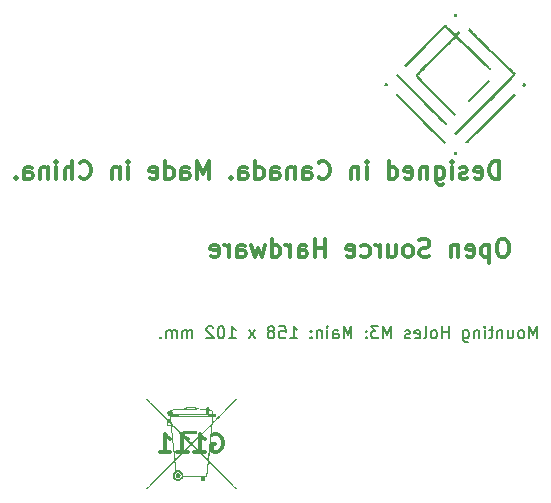
<source format=gbr>
%TF.GenerationSoftware,KiCad,Pcbnew,7.0.9*%
%TF.CreationDate,2024-04-09T00:12:48-04:00*%
%TF.ProjectId,RDL_revE4,52444c5f-7265-4764-9534-2e6b69636164,Rev E4*%
%TF.SameCoordinates,Original*%
%TF.FileFunction,Legend,Bot*%
%TF.FilePolarity,Positive*%
%FSLAX46Y46*%
G04 Gerber Fmt 4.6, Leading zero omitted, Abs format (unit mm)*
G04 Created by KiCad (PCBNEW 7.0.9) date 2024-04-09 00:12:48*
%MOMM*%
%LPD*%
G01*
G04 APERTURE LIST*
%ADD10C,0.300000*%
%ADD11C,0.150000*%
%ADD12C,3.250000*%
%ADD13R,1.500000X1.500000*%
%ADD14C,1.500000*%
%ADD15C,2.300000*%
%ADD16C,3.500000*%
%ADD17R,2.500000X2.500000*%
%ADD18C,2.500000*%
%ADD19R,1.700000X1.700000*%
%ADD20O,1.700000X1.700000*%
%ADD21R,2.600000X2.600000*%
%ADD22C,2.600000*%
G04 APERTURE END LIST*
D10*
X162907713Y-71822328D02*
X162621999Y-71822328D01*
X162621999Y-71822328D02*
X162479142Y-71893757D01*
X162479142Y-71893757D02*
X162336285Y-72036614D01*
X162336285Y-72036614D02*
X162264856Y-72322328D01*
X162264856Y-72322328D02*
X162264856Y-72822328D01*
X162264856Y-72822328D02*
X162336285Y-73108042D01*
X162336285Y-73108042D02*
X162479142Y-73250900D01*
X162479142Y-73250900D02*
X162621999Y-73322328D01*
X162621999Y-73322328D02*
X162907713Y-73322328D01*
X162907713Y-73322328D02*
X163050571Y-73250900D01*
X163050571Y-73250900D02*
X163193428Y-73108042D01*
X163193428Y-73108042D02*
X163264856Y-72822328D01*
X163264856Y-72822328D02*
X163264856Y-72322328D01*
X163264856Y-72322328D02*
X163193428Y-72036614D01*
X163193428Y-72036614D02*
X163050571Y-71893757D01*
X163050571Y-71893757D02*
X162907713Y-71822328D01*
X161621999Y-72322328D02*
X161621999Y-73822328D01*
X161621999Y-72393757D02*
X161479142Y-72322328D01*
X161479142Y-72322328D02*
X161193427Y-72322328D01*
X161193427Y-72322328D02*
X161050570Y-72393757D01*
X161050570Y-72393757D02*
X160979142Y-72465185D01*
X160979142Y-72465185D02*
X160907713Y-72608042D01*
X160907713Y-72608042D02*
X160907713Y-73036614D01*
X160907713Y-73036614D02*
X160979142Y-73179471D01*
X160979142Y-73179471D02*
X161050570Y-73250900D01*
X161050570Y-73250900D02*
X161193427Y-73322328D01*
X161193427Y-73322328D02*
X161479142Y-73322328D01*
X161479142Y-73322328D02*
X161621999Y-73250900D01*
X159693427Y-73250900D02*
X159836284Y-73322328D01*
X159836284Y-73322328D02*
X160121999Y-73322328D01*
X160121999Y-73322328D02*
X160264856Y-73250900D01*
X160264856Y-73250900D02*
X160336284Y-73108042D01*
X160336284Y-73108042D02*
X160336284Y-72536614D01*
X160336284Y-72536614D02*
X160264856Y-72393757D01*
X160264856Y-72393757D02*
X160121999Y-72322328D01*
X160121999Y-72322328D02*
X159836284Y-72322328D01*
X159836284Y-72322328D02*
X159693427Y-72393757D01*
X159693427Y-72393757D02*
X159621999Y-72536614D01*
X159621999Y-72536614D02*
X159621999Y-72679471D01*
X159621999Y-72679471D02*
X160336284Y-72822328D01*
X158979142Y-72322328D02*
X158979142Y-73322328D01*
X158979142Y-72465185D02*
X158907713Y-72393757D01*
X158907713Y-72393757D02*
X158764856Y-72322328D01*
X158764856Y-72322328D02*
X158550570Y-72322328D01*
X158550570Y-72322328D02*
X158407713Y-72393757D01*
X158407713Y-72393757D02*
X158336285Y-72536614D01*
X158336285Y-72536614D02*
X158336285Y-73322328D01*
X156550570Y-73250900D02*
X156336285Y-73322328D01*
X156336285Y-73322328D02*
X155979142Y-73322328D01*
X155979142Y-73322328D02*
X155836285Y-73250900D01*
X155836285Y-73250900D02*
X155764856Y-73179471D01*
X155764856Y-73179471D02*
X155693427Y-73036614D01*
X155693427Y-73036614D02*
X155693427Y-72893757D01*
X155693427Y-72893757D02*
X155764856Y-72750900D01*
X155764856Y-72750900D02*
X155836285Y-72679471D01*
X155836285Y-72679471D02*
X155979142Y-72608042D01*
X155979142Y-72608042D02*
X156264856Y-72536614D01*
X156264856Y-72536614D02*
X156407713Y-72465185D01*
X156407713Y-72465185D02*
X156479142Y-72393757D01*
X156479142Y-72393757D02*
X156550570Y-72250900D01*
X156550570Y-72250900D02*
X156550570Y-72108042D01*
X156550570Y-72108042D02*
X156479142Y-71965185D01*
X156479142Y-71965185D02*
X156407713Y-71893757D01*
X156407713Y-71893757D02*
X156264856Y-71822328D01*
X156264856Y-71822328D02*
X155907713Y-71822328D01*
X155907713Y-71822328D02*
X155693427Y-71893757D01*
X154836285Y-73322328D02*
X154979142Y-73250900D01*
X154979142Y-73250900D02*
X155050571Y-73179471D01*
X155050571Y-73179471D02*
X155121999Y-73036614D01*
X155121999Y-73036614D02*
X155121999Y-72608042D01*
X155121999Y-72608042D02*
X155050571Y-72465185D01*
X155050571Y-72465185D02*
X154979142Y-72393757D01*
X154979142Y-72393757D02*
X154836285Y-72322328D01*
X154836285Y-72322328D02*
X154621999Y-72322328D01*
X154621999Y-72322328D02*
X154479142Y-72393757D01*
X154479142Y-72393757D02*
X154407714Y-72465185D01*
X154407714Y-72465185D02*
X154336285Y-72608042D01*
X154336285Y-72608042D02*
X154336285Y-73036614D01*
X154336285Y-73036614D02*
X154407714Y-73179471D01*
X154407714Y-73179471D02*
X154479142Y-73250900D01*
X154479142Y-73250900D02*
X154621999Y-73322328D01*
X154621999Y-73322328D02*
X154836285Y-73322328D01*
X153050571Y-72322328D02*
X153050571Y-73322328D01*
X153693428Y-72322328D02*
X153693428Y-73108042D01*
X153693428Y-73108042D02*
X153621999Y-73250900D01*
X153621999Y-73250900D02*
X153479142Y-73322328D01*
X153479142Y-73322328D02*
X153264856Y-73322328D01*
X153264856Y-73322328D02*
X153121999Y-73250900D01*
X153121999Y-73250900D02*
X153050571Y-73179471D01*
X152336285Y-73322328D02*
X152336285Y-72322328D01*
X152336285Y-72608042D02*
X152264856Y-72465185D01*
X152264856Y-72465185D02*
X152193428Y-72393757D01*
X152193428Y-72393757D02*
X152050570Y-72322328D01*
X152050570Y-72322328D02*
X151907713Y-72322328D01*
X150764857Y-73250900D02*
X150907714Y-73322328D01*
X150907714Y-73322328D02*
X151193428Y-73322328D01*
X151193428Y-73322328D02*
X151336285Y-73250900D01*
X151336285Y-73250900D02*
X151407714Y-73179471D01*
X151407714Y-73179471D02*
X151479142Y-73036614D01*
X151479142Y-73036614D02*
X151479142Y-72608042D01*
X151479142Y-72608042D02*
X151407714Y-72465185D01*
X151407714Y-72465185D02*
X151336285Y-72393757D01*
X151336285Y-72393757D02*
X151193428Y-72322328D01*
X151193428Y-72322328D02*
X150907714Y-72322328D01*
X150907714Y-72322328D02*
X150764857Y-72393757D01*
X149550571Y-73250900D02*
X149693428Y-73322328D01*
X149693428Y-73322328D02*
X149979143Y-73322328D01*
X149979143Y-73322328D02*
X150122000Y-73250900D01*
X150122000Y-73250900D02*
X150193428Y-73108042D01*
X150193428Y-73108042D02*
X150193428Y-72536614D01*
X150193428Y-72536614D02*
X150122000Y-72393757D01*
X150122000Y-72393757D02*
X149979143Y-72322328D01*
X149979143Y-72322328D02*
X149693428Y-72322328D01*
X149693428Y-72322328D02*
X149550571Y-72393757D01*
X149550571Y-72393757D02*
X149479143Y-72536614D01*
X149479143Y-72536614D02*
X149479143Y-72679471D01*
X149479143Y-72679471D02*
X150193428Y-72822328D01*
X147693429Y-73322328D02*
X147693429Y-71822328D01*
X147693429Y-72536614D02*
X146836286Y-72536614D01*
X146836286Y-73322328D02*
X146836286Y-71822328D01*
X145479143Y-73322328D02*
X145479143Y-72536614D01*
X145479143Y-72536614D02*
X145550571Y-72393757D01*
X145550571Y-72393757D02*
X145693428Y-72322328D01*
X145693428Y-72322328D02*
X145979143Y-72322328D01*
X145979143Y-72322328D02*
X146122000Y-72393757D01*
X145479143Y-73250900D02*
X145622000Y-73322328D01*
X145622000Y-73322328D02*
X145979143Y-73322328D01*
X145979143Y-73322328D02*
X146122000Y-73250900D01*
X146122000Y-73250900D02*
X146193428Y-73108042D01*
X146193428Y-73108042D02*
X146193428Y-72965185D01*
X146193428Y-72965185D02*
X146122000Y-72822328D01*
X146122000Y-72822328D02*
X145979143Y-72750900D01*
X145979143Y-72750900D02*
X145622000Y-72750900D01*
X145622000Y-72750900D02*
X145479143Y-72679471D01*
X144764857Y-73322328D02*
X144764857Y-72322328D01*
X144764857Y-72608042D02*
X144693428Y-72465185D01*
X144693428Y-72465185D02*
X144622000Y-72393757D01*
X144622000Y-72393757D02*
X144479142Y-72322328D01*
X144479142Y-72322328D02*
X144336285Y-72322328D01*
X143193429Y-73322328D02*
X143193429Y-71822328D01*
X143193429Y-73250900D02*
X143336286Y-73322328D01*
X143336286Y-73322328D02*
X143622000Y-73322328D01*
X143622000Y-73322328D02*
X143764857Y-73250900D01*
X143764857Y-73250900D02*
X143836286Y-73179471D01*
X143836286Y-73179471D02*
X143907714Y-73036614D01*
X143907714Y-73036614D02*
X143907714Y-72608042D01*
X143907714Y-72608042D02*
X143836286Y-72465185D01*
X143836286Y-72465185D02*
X143764857Y-72393757D01*
X143764857Y-72393757D02*
X143622000Y-72322328D01*
X143622000Y-72322328D02*
X143336286Y-72322328D01*
X143336286Y-72322328D02*
X143193429Y-72393757D01*
X142622000Y-72322328D02*
X142336286Y-73322328D01*
X142336286Y-73322328D02*
X142050571Y-72608042D01*
X142050571Y-72608042D02*
X141764857Y-73322328D01*
X141764857Y-73322328D02*
X141479143Y-72322328D01*
X140264857Y-73322328D02*
X140264857Y-72536614D01*
X140264857Y-72536614D02*
X140336285Y-72393757D01*
X140336285Y-72393757D02*
X140479142Y-72322328D01*
X140479142Y-72322328D02*
X140764857Y-72322328D01*
X140764857Y-72322328D02*
X140907714Y-72393757D01*
X140264857Y-73250900D02*
X140407714Y-73322328D01*
X140407714Y-73322328D02*
X140764857Y-73322328D01*
X140764857Y-73322328D02*
X140907714Y-73250900D01*
X140907714Y-73250900D02*
X140979142Y-73108042D01*
X140979142Y-73108042D02*
X140979142Y-72965185D01*
X140979142Y-72965185D02*
X140907714Y-72822328D01*
X140907714Y-72822328D02*
X140764857Y-72750900D01*
X140764857Y-72750900D02*
X140407714Y-72750900D01*
X140407714Y-72750900D02*
X140264857Y-72679471D01*
X139550571Y-73322328D02*
X139550571Y-72322328D01*
X139550571Y-72608042D02*
X139479142Y-72465185D01*
X139479142Y-72465185D02*
X139407714Y-72393757D01*
X139407714Y-72393757D02*
X139264856Y-72322328D01*
X139264856Y-72322328D02*
X139121999Y-72322328D01*
X138050571Y-73250900D02*
X138193428Y-73322328D01*
X138193428Y-73322328D02*
X138479143Y-73322328D01*
X138479143Y-73322328D02*
X138622000Y-73250900D01*
X138622000Y-73250900D02*
X138693428Y-73108042D01*
X138693428Y-73108042D02*
X138693428Y-72536614D01*
X138693428Y-72536614D02*
X138622000Y-72393757D01*
X138622000Y-72393757D02*
X138479143Y-72322328D01*
X138479143Y-72322328D02*
X138193428Y-72322328D01*
X138193428Y-72322328D02*
X138050571Y-72393757D01*
X138050571Y-72393757D02*
X137979143Y-72536614D01*
X137979143Y-72536614D02*
X137979143Y-72679471D01*
X137979143Y-72679471D02*
X138693428Y-72822328D01*
D11*
X165661523Y-80210819D02*
X165661523Y-79210819D01*
X165661523Y-79210819D02*
X165328190Y-79925104D01*
X165328190Y-79925104D02*
X164994857Y-79210819D01*
X164994857Y-79210819D02*
X164994857Y-80210819D01*
X164375809Y-80210819D02*
X164471047Y-80163200D01*
X164471047Y-80163200D02*
X164518666Y-80115580D01*
X164518666Y-80115580D02*
X164566285Y-80020342D01*
X164566285Y-80020342D02*
X164566285Y-79734628D01*
X164566285Y-79734628D02*
X164518666Y-79639390D01*
X164518666Y-79639390D02*
X164471047Y-79591771D01*
X164471047Y-79591771D02*
X164375809Y-79544152D01*
X164375809Y-79544152D02*
X164232952Y-79544152D01*
X164232952Y-79544152D02*
X164137714Y-79591771D01*
X164137714Y-79591771D02*
X164090095Y-79639390D01*
X164090095Y-79639390D02*
X164042476Y-79734628D01*
X164042476Y-79734628D02*
X164042476Y-80020342D01*
X164042476Y-80020342D02*
X164090095Y-80115580D01*
X164090095Y-80115580D02*
X164137714Y-80163200D01*
X164137714Y-80163200D02*
X164232952Y-80210819D01*
X164232952Y-80210819D02*
X164375809Y-80210819D01*
X163185333Y-79544152D02*
X163185333Y-80210819D01*
X163613904Y-79544152D02*
X163613904Y-80067961D01*
X163613904Y-80067961D02*
X163566285Y-80163200D01*
X163566285Y-80163200D02*
X163471047Y-80210819D01*
X163471047Y-80210819D02*
X163328190Y-80210819D01*
X163328190Y-80210819D02*
X163232952Y-80163200D01*
X163232952Y-80163200D02*
X163185333Y-80115580D01*
X162709142Y-79544152D02*
X162709142Y-80210819D01*
X162709142Y-79639390D02*
X162661523Y-79591771D01*
X162661523Y-79591771D02*
X162566285Y-79544152D01*
X162566285Y-79544152D02*
X162423428Y-79544152D01*
X162423428Y-79544152D02*
X162328190Y-79591771D01*
X162328190Y-79591771D02*
X162280571Y-79687009D01*
X162280571Y-79687009D02*
X162280571Y-80210819D01*
X161947237Y-79544152D02*
X161566285Y-79544152D01*
X161804380Y-79210819D02*
X161804380Y-80067961D01*
X161804380Y-80067961D02*
X161756761Y-80163200D01*
X161756761Y-80163200D02*
X161661523Y-80210819D01*
X161661523Y-80210819D02*
X161566285Y-80210819D01*
X161232951Y-80210819D02*
X161232951Y-79544152D01*
X161232951Y-79210819D02*
X161280570Y-79258438D01*
X161280570Y-79258438D02*
X161232951Y-79306057D01*
X161232951Y-79306057D02*
X161185332Y-79258438D01*
X161185332Y-79258438D02*
X161232951Y-79210819D01*
X161232951Y-79210819D02*
X161232951Y-79306057D01*
X160756761Y-79544152D02*
X160756761Y-80210819D01*
X160756761Y-79639390D02*
X160709142Y-79591771D01*
X160709142Y-79591771D02*
X160613904Y-79544152D01*
X160613904Y-79544152D02*
X160471047Y-79544152D01*
X160471047Y-79544152D02*
X160375809Y-79591771D01*
X160375809Y-79591771D02*
X160328190Y-79687009D01*
X160328190Y-79687009D02*
X160328190Y-80210819D01*
X159423428Y-79544152D02*
X159423428Y-80353676D01*
X159423428Y-80353676D02*
X159471047Y-80448914D01*
X159471047Y-80448914D02*
X159518666Y-80496533D01*
X159518666Y-80496533D02*
X159613904Y-80544152D01*
X159613904Y-80544152D02*
X159756761Y-80544152D01*
X159756761Y-80544152D02*
X159851999Y-80496533D01*
X159423428Y-80163200D02*
X159518666Y-80210819D01*
X159518666Y-80210819D02*
X159709142Y-80210819D01*
X159709142Y-80210819D02*
X159804380Y-80163200D01*
X159804380Y-80163200D02*
X159851999Y-80115580D01*
X159851999Y-80115580D02*
X159899618Y-80020342D01*
X159899618Y-80020342D02*
X159899618Y-79734628D01*
X159899618Y-79734628D02*
X159851999Y-79639390D01*
X159851999Y-79639390D02*
X159804380Y-79591771D01*
X159804380Y-79591771D02*
X159709142Y-79544152D01*
X159709142Y-79544152D02*
X159518666Y-79544152D01*
X159518666Y-79544152D02*
X159423428Y-79591771D01*
X158185332Y-80210819D02*
X158185332Y-79210819D01*
X158185332Y-79687009D02*
X157613904Y-79687009D01*
X157613904Y-80210819D02*
X157613904Y-79210819D01*
X156994856Y-80210819D02*
X157090094Y-80163200D01*
X157090094Y-80163200D02*
X157137713Y-80115580D01*
X157137713Y-80115580D02*
X157185332Y-80020342D01*
X157185332Y-80020342D02*
X157185332Y-79734628D01*
X157185332Y-79734628D02*
X157137713Y-79639390D01*
X157137713Y-79639390D02*
X157090094Y-79591771D01*
X157090094Y-79591771D02*
X156994856Y-79544152D01*
X156994856Y-79544152D02*
X156851999Y-79544152D01*
X156851999Y-79544152D02*
X156756761Y-79591771D01*
X156756761Y-79591771D02*
X156709142Y-79639390D01*
X156709142Y-79639390D02*
X156661523Y-79734628D01*
X156661523Y-79734628D02*
X156661523Y-80020342D01*
X156661523Y-80020342D02*
X156709142Y-80115580D01*
X156709142Y-80115580D02*
X156756761Y-80163200D01*
X156756761Y-80163200D02*
X156851999Y-80210819D01*
X156851999Y-80210819D02*
X156994856Y-80210819D01*
X156090094Y-80210819D02*
X156185332Y-80163200D01*
X156185332Y-80163200D02*
X156232951Y-80067961D01*
X156232951Y-80067961D02*
X156232951Y-79210819D01*
X155328189Y-80163200D02*
X155423427Y-80210819D01*
X155423427Y-80210819D02*
X155613903Y-80210819D01*
X155613903Y-80210819D02*
X155709141Y-80163200D01*
X155709141Y-80163200D02*
X155756760Y-80067961D01*
X155756760Y-80067961D02*
X155756760Y-79687009D01*
X155756760Y-79687009D02*
X155709141Y-79591771D01*
X155709141Y-79591771D02*
X155613903Y-79544152D01*
X155613903Y-79544152D02*
X155423427Y-79544152D01*
X155423427Y-79544152D02*
X155328189Y-79591771D01*
X155328189Y-79591771D02*
X155280570Y-79687009D01*
X155280570Y-79687009D02*
X155280570Y-79782247D01*
X155280570Y-79782247D02*
X155756760Y-79877485D01*
X154899617Y-80163200D02*
X154804379Y-80210819D01*
X154804379Y-80210819D02*
X154613903Y-80210819D01*
X154613903Y-80210819D02*
X154518665Y-80163200D01*
X154518665Y-80163200D02*
X154471046Y-80067961D01*
X154471046Y-80067961D02*
X154471046Y-80020342D01*
X154471046Y-80020342D02*
X154518665Y-79925104D01*
X154518665Y-79925104D02*
X154613903Y-79877485D01*
X154613903Y-79877485D02*
X154756760Y-79877485D01*
X154756760Y-79877485D02*
X154851998Y-79829866D01*
X154851998Y-79829866D02*
X154899617Y-79734628D01*
X154899617Y-79734628D02*
X154899617Y-79687009D01*
X154899617Y-79687009D02*
X154851998Y-79591771D01*
X154851998Y-79591771D02*
X154756760Y-79544152D01*
X154756760Y-79544152D02*
X154613903Y-79544152D01*
X154613903Y-79544152D02*
X154518665Y-79591771D01*
X153280569Y-80210819D02*
X153280569Y-79210819D01*
X153280569Y-79210819D02*
X152947236Y-79925104D01*
X152947236Y-79925104D02*
X152613903Y-79210819D01*
X152613903Y-79210819D02*
X152613903Y-80210819D01*
X152232950Y-79210819D02*
X151613903Y-79210819D01*
X151613903Y-79210819D02*
X151947236Y-79591771D01*
X151947236Y-79591771D02*
X151804379Y-79591771D01*
X151804379Y-79591771D02*
X151709141Y-79639390D01*
X151709141Y-79639390D02*
X151661522Y-79687009D01*
X151661522Y-79687009D02*
X151613903Y-79782247D01*
X151613903Y-79782247D02*
X151613903Y-80020342D01*
X151613903Y-80020342D02*
X151661522Y-80115580D01*
X151661522Y-80115580D02*
X151709141Y-80163200D01*
X151709141Y-80163200D02*
X151804379Y-80210819D01*
X151804379Y-80210819D02*
X152090093Y-80210819D01*
X152090093Y-80210819D02*
X152185331Y-80163200D01*
X152185331Y-80163200D02*
X152232950Y-80115580D01*
X151185331Y-80115580D02*
X151137712Y-80163200D01*
X151137712Y-80163200D02*
X151185331Y-80210819D01*
X151185331Y-80210819D02*
X151232950Y-80163200D01*
X151232950Y-80163200D02*
X151185331Y-80115580D01*
X151185331Y-80115580D02*
X151185331Y-80210819D01*
X151185331Y-79591771D02*
X151137712Y-79639390D01*
X151137712Y-79639390D02*
X151185331Y-79687009D01*
X151185331Y-79687009D02*
X151232950Y-79639390D01*
X151232950Y-79639390D02*
X151185331Y-79591771D01*
X151185331Y-79591771D02*
X151185331Y-79687009D01*
X149947236Y-80210819D02*
X149947236Y-79210819D01*
X149947236Y-79210819D02*
X149613903Y-79925104D01*
X149613903Y-79925104D02*
X149280570Y-79210819D01*
X149280570Y-79210819D02*
X149280570Y-80210819D01*
X148375808Y-80210819D02*
X148375808Y-79687009D01*
X148375808Y-79687009D02*
X148423427Y-79591771D01*
X148423427Y-79591771D02*
X148518665Y-79544152D01*
X148518665Y-79544152D02*
X148709141Y-79544152D01*
X148709141Y-79544152D02*
X148804379Y-79591771D01*
X148375808Y-80163200D02*
X148471046Y-80210819D01*
X148471046Y-80210819D02*
X148709141Y-80210819D01*
X148709141Y-80210819D02*
X148804379Y-80163200D01*
X148804379Y-80163200D02*
X148851998Y-80067961D01*
X148851998Y-80067961D02*
X148851998Y-79972723D01*
X148851998Y-79972723D02*
X148804379Y-79877485D01*
X148804379Y-79877485D02*
X148709141Y-79829866D01*
X148709141Y-79829866D02*
X148471046Y-79829866D01*
X148471046Y-79829866D02*
X148375808Y-79782247D01*
X147899617Y-80210819D02*
X147899617Y-79544152D01*
X147899617Y-79210819D02*
X147947236Y-79258438D01*
X147947236Y-79258438D02*
X147899617Y-79306057D01*
X147899617Y-79306057D02*
X147851998Y-79258438D01*
X147851998Y-79258438D02*
X147899617Y-79210819D01*
X147899617Y-79210819D02*
X147899617Y-79306057D01*
X147423427Y-79544152D02*
X147423427Y-80210819D01*
X147423427Y-79639390D02*
X147375808Y-79591771D01*
X147375808Y-79591771D02*
X147280570Y-79544152D01*
X147280570Y-79544152D02*
X147137713Y-79544152D01*
X147137713Y-79544152D02*
X147042475Y-79591771D01*
X147042475Y-79591771D02*
X146994856Y-79687009D01*
X146994856Y-79687009D02*
X146994856Y-80210819D01*
X146518665Y-80115580D02*
X146471046Y-80163200D01*
X146471046Y-80163200D02*
X146518665Y-80210819D01*
X146518665Y-80210819D02*
X146566284Y-80163200D01*
X146566284Y-80163200D02*
X146518665Y-80115580D01*
X146518665Y-80115580D02*
X146518665Y-80210819D01*
X146518665Y-79591771D02*
X146471046Y-79639390D01*
X146471046Y-79639390D02*
X146518665Y-79687009D01*
X146518665Y-79687009D02*
X146566284Y-79639390D01*
X146566284Y-79639390D02*
X146518665Y-79591771D01*
X146518665Y-79591771D02*
X146518665Y-79687009D01*
X144756761Y-80210819D02*
X145328189Y-80210819D01*
X145042475Y-80210819D02*
X145042475Y-79210819D01*
X145042475Y-79210819D02*
X145137713Y-79353676D01*
X145137713Y-79353676D02*
X145232951Y-79448914D01*
X145232951Y-79448914D02*
X145328189Y-79496533D01*
X143851999Y-79210819D02*
X144328189Y-79210819D01*
X144328189Y-79210819D02*
X144375808Y-79687009D01*
X144375808Y-79687009D02*
X144328189Y-79639390D01*
X144328189Y-79639390D02*
X144232951Y-79591771D01*
X144232951Y-79591771D02*
X143994856Y-79591771D01*
X143994856Y-79591771D02*
X143899618Y-79639390D01*
X143899618Y-79639390D02*
X143851999Y-79687009D01*
X143851999Y-79687009D02*
X143804380Y-79782247D01*
X143804380Y-79782247D02*
X143804380Y-80020342D01*
X143804380Y-80020342D02*
X143851999Y-80115580D01*
X143851999Y-80115580D02*
X143899618Y-80163200D01*
X143899618Y-80163200D02*
X143994856Y-80210819D01*
X143994856Y-80210819D02*
X144232951Y-80210819D01*
X144232951Y-80210819D02*
X144328189Y-80163200D01*
X144328189Y-80163200D02*
X144375808Y-80115580D01*
X143232951Y-79639390D02*
X143328189Y-79591771D01*
X143328189Y-79591771D02*
X143375808Y-79544152D01*
X143375808Y-79544152D02*
X143423427Y-79448914D01*
X143423427Y-79448914D02*
X143423427Y-79401295D01*
X143423427Y-79401295D02*
X143375808Y-79306057D01*
X143375808Y-79306057D02*
X143328189Y-79258438D01*
X143328189Y-79258438D02*
X143232951Y-79210819D01*
X143232951Y-79210819D02*
X143042475Y-79210819D01*
X143042475Y-79210819D02*
X142947237Y-79258438D01*
X142947237Y-79258438D02*
X142899618Y-79306057D01*
X142899618Y-79306057D02*
X142851999Y-79401295D01*
X142851999Y-79401295D02*
X142851999Y-79448914D01*
X142851999Y-79448914D02*
X142899618Y-79544152D01*
X142899618Y-79544152D02*
X142947237Y-79591771D01*
X142947237Y-79591771D02*
X143042475Y-79639390D01*
X143042475Y-79639390D02*
X143232951Y-79639390D01*
X143232951Y-79639390D02*
X143328189Y-79687009D01*
X143328189Y-79687009D02*
X143375808Y-79734628D01*
X143375808Y-79734628D02*
X143423427Y-79829866D01*
X143423427Y-79829866D02*
X143423427Y-80020342D01*
X143423427Y-80020342D02*
X143375808Y-80115580D01*
X143375808Y-80115580D02*
X143328189Y-80163200D01*
X143328189Y-80163200D02*
X143232951Y-80210819D01*
X143232951Y-80210819D02*
X143042475Y-80210819D01*
X143042475Y-80210819D02*
X142947237Y-80163200D01*
X142947237Y-80163200D02*
X142899618Y-80115580D01*
X142899618Y-80115580D02*
X142851999Y-80020342D01*
X142851999Y-80020342D02*
X142851999Y-79829866D01*
X142851999Y-79829866D02*
X142899618Y-79734628D01*
X142899618Y-79734628D02*
X142947237Y-79687009D01*
X142947237Y-79687009D02*
X143042475Y-79639390D01*
X141756760Y-80210819D02*
X141232951Y-79544152D01*
X141756760Y-79544152D02*
X141232951Y-80210819D01*
X139566284Y-80210819D02*
X140137712Y-80210819D01*
X139851998Y-80210819D02*
X139851998Y-79210819D01*
X139851998Y-79210819D02*
X139947236Y-79353676D01*
X139947236Y-79353676D02*
X140042474Y-79448914D01*
X140042474Y-79448914D02*
X140137712Y-79496533D01*
X138947236Y-79210819D02*
X138851998Y-79210819D01*
X138851998Y-79210819D02*
X138756760Y-79258438D01*
X138756760Y-79258438D02*
X138709141Y-79306057D01*
X138709141Y-79306057D02*
X138661522Y-79401295D01*
X138661522Y-79401295D02*
X138613903Y-79591771D01*
X138613903Y-79591771D02*
X138613903Y-79829866D01*
X138613903Y-79829866D02*
X138661522Y-80020342D01*
X138661522Y-80020342D02*
X138709141Y-80115580D01*
X138709141Y-80115580D02*
X138756760Y-80163200D01*
X138756760Y-80163200D02*
X138851998Y-80210819D01*
X138851998Y-80210819D02*
X138947236Y-80210819D01*
X138947236Y-80210819D02*
X139042474Y-80163200D01*
X139042474Y-80163200D02*
X139090093Y-80115580D01*
X139090093Y-80115580D02*
X139137712Y-80020342D01*
X139137712Y-80020342D02*
X139185331Y-79829866D01*
X139185331Y-79829866D02*
X139185331Y-79591771D01*
X139185331Y-79591771D02*
X139137712Y-79401295D01*
X139137712Y-79401295D02*
X139090093Y-79306057D01*
X139090093Y-79306057D02*
X139042474Y-79258438D01*
X139042474Y-79258438D02*
X138947236Y-79210819D01*
X138232950Y-79306057D02*
X138185331Y-79258438D01*
X138185331Y-79258438D02*
X138090093Y-79210819D01*
X138090093Y-79210819D02*
X137851998Y-79210819D01*
X137851998Y-79210819D02*
X137756760Y-79258438D01*
X137756760Y-79258438D02*
X137709141Y-79306057D01*
X137709141Y-79306057D02*
X137661522Y-79401295D01*
X137661522Y-79401295D02*
X137661522Y-79496533D01*
X137661522Y-79496533D02*
X137709141Y-79639390D01*
X137709141Y-79639390D02*
X138280569Y-80210819D01*
X138280569Y-80210819D02*
X137661522Y-80210819D01*
X136471045Y-80210819D02*
X136471045Y-79544152D01*
X136471045Y-79639390D02*
X136423426Y-79591771D01*
X136423426Y-79591771D02*
X136328188Y-79544152D01*
X136328188Y-79544152D02*
X136185331Y-79544152D01*
X136185331Y-79544152D02*
X136090093Y-79591771D01*
X136090093Y-79591771D02*
X136042474Y-79687009D01*
X136042474Y-79687009D02*
X136042474Y-80210819D01*
X136042474Y-79687009D02*
X135994855Y-79591771D01*
X135994855Y-79591771D02*
X135899617Y-79544152D01*
X135899617Y-79544152D02*
X135756760Y-79544152D01*
X135756760Y-79544152D02*
X135661521Y-79591771D01*
X135661521Y-79591771D02*
X135613902Y-79687009D01*
X135613902Y-79687009D02*
X135613902Y-80210819D01*
X135137712Y-80210819D02*
X135137712Y-79544152D01*
X135137712Y-79639390D02*
X135090093Y-79591771D01*
X135090093Y-79591771D02*
X134994855Y-79544152D01*
X134994855Y-79544152D02*
X134851998Y-79544152D01*
X134851998Y-79544152D02*
X134756760Y-79591771D01*
X134756760Y-79591771D02*
X134709141Y-79687009D01*
X134709141Y-79687009D02*
X134709141Y-80210819D01*
X134709141Y-79687009D02*
X134661522Y-79591771D01*
X134661522Y-79591771D02*
X134566284Y-79544152D01*
X134566284Y-79544152D02*
X134423427Y-79544152D01*
X134423427Y-79544152D02*
X134328188Y-79591771D01*
X134328188Y-79591771D02*
X134280569Y-79687009D01*
X134280569Y-79687009D02*
X134280569Y-80210819D01*
X133804379Y-80115580D02*
X133756760Y-80163200D01*
X133756760Y-80163200D02*
X133804379Y-80210819D01*
X133804379Y-80210819D02*
X133851998Y-80163200D01*
X133851998Y-80163200D02*
X133804379Y-80115580D01*
X133804379Y-80115580D02*
X133804379Y-80210819D01*
D10*
X162450287Y-66718328D02*
X162450287Y-65218328D01*
X162450287Y-65218328D02*
X162093144Y-65218328D01*
X162093144Y-65218328D02*
X161878858Y-65289757D01*
X161878858Y-65289757D02*
X161736001Y-65432614D01*
X161736001Y-65432614D02*
X161664572Y-65575471D01*
X161664572Y-65575471D02*
X161593144Y-65861185D01*
X161593144Y-65861185D02*
X161593144Y-66075471D01*
X161593144Y-66075471D02*
X161664572Y-66361185D01*
X161664572Y-66361185D02*
X161736001Y-66504042D01*
X161736001Y-66504042D02*
X161878858Y-66646900D01*
X161878858Y-66646900D02*
X162093144Y-66718328D01*
X162093144Y-66718328D02*
X162450287Y-66718328D01*
X160378858Y-66646900D02*
X160521715Y-66718328D01*
X160521715Y-66718328D02*
X160807430Y-66718328D01*
X160807430Y-66718328D02*
X160950287Y-66646900D01*
X160950287Y-66646900D02*
X161021715Y-66504042D01*
X161021715Y-66504042D02*
X161021715Y-65932614D01*
X161021715Y-65932614D02*
X160950287Y-65789757D01*
X160950287Y-65789757D02*
X160807430Y-65718328D01*
X160807430Y-65718328D02*
X160521715Y-65718328D01*
X160521715Y-65718328D02*
X160378858Y-65789757D01*
X160378858Y-65789757D02*
X160307430Y-65932614D01*
X160307430Y-65932614D02*
X160307430Y-66075471D01*
X160307430Y-66075471D02*
X161021715Y-66218328D01*
X159736001Y-66646900D02*
X159593144Y-66718328D01*
X159593144Y-66718328D02*
X159307430Y-66718328D01*
X159307430Y-66718328D02*
X159164573Y-66646900D01*
X159164573Y-66646900D02*
X159093144Y-66504042D01*
X159093144Y-66504042D02*
X159093144Y-66432614D01*
X159093144Y-66432614D02*
X159164573Y-66289757D01*
X159164573Y-66289757D02*
X159307430Y-66218328D01*
X159307430Y-66218328D02*
X159521716Y-66218328D01*
X159521716Y-66218328D02*
X159664573Y-66146900D01*
X159664573Y-66146900D02*
X159736001Y-66004042D01*
X159736001Y-66004042D02*
X159736001Y-65932614D01*
X159736001Y-65932614D02*
X159664573Y-65789757D01*
X159664573Y-65789757D02*
X159521716Y-65718328D01*
X159521716Y-65718328D02*
X159307430Y-65718328D01*
X159307430Y-65718328D02*
X159164573Y-65789757D01*
X158450287Y-66718328D02*
X158450287Y-65718328D01*
X158450287Y-65218328D02*
X158521715Y-65289757D01*
X158521715Y-65289757D02*
X158450287Y-65361185D01*
X158450287Y-65361185D02*
X158378858Y-65289757D01*
X158378858Y-65289757D02*
X158450287Y-65218328D01*
X158450287Y-65218328D02*
X158450287Y-65361185D01*
X157093144Y-65718328D02*
X157093144Y-66932614D01*
X157093144Y-66932614D02*
X157164572Y-67075471D01*
X157164572Y-67075471D02*
X157236001Y-67146900D01*
X157236001Y-67146900D02*
X157378858Y-67218328D01*
X157378858Y-67218328D02*
X157593144Y-67218328D01*
X157593144Y-67218328D02*
X157736001Y-67146900D01*
X157093144Y-66646900D02*
X157236001Y-66718328D01*
X157236001Y-66718328D02*
X157521715Y-66718328D01*
X157521715Y-66718328D02*
X157664572Y-66646900D01*
X157664572Y-66646900D02*
X157736001Y-66575471D01*
X157736001Y-66575471D02*
X157807429Y-66432614D01*
X157807429Y-66432614D02*
X157807429Y-66004042D01*
X157807429Y-66004042D02*
X157736001Y-65861185D01*
X157736001Y-65861185D02*
X157664572Y-65789757D01*
X157664572Y-65789757D02*
X157521715Y-65718328D01*
X157521715Y-65718328D02*
X157236001Y-65718328D01*
X157236001Y-65718328D02*
X157093144Y-65789757D01*
X156378858Y-65718328D02*
X156378858Y-66718328D01*
X156378858Y-65861185D02*
X156307429Y-65789757D01*
X156307429Y-65789757D02*
X156164572Y-65718328D01*
X156164572Y-65718328D02*
X155950286Y-65718328D01*
X155950286Y-65718328D02*
X155807429Y-65789757D01*
X155807429Y-65789757D02*
X155736001Y-65932614D01*
X155736001Y-65932614D02*
X155736001Y-66718328D01*
X154450286Y-66646900D02*
X154593143Y-66718328D01*
X154593143Y-66718328D02*
X154878858Y-66718328D01*
X154878858Y-66718328D02*
X155021715Y-66646900D01*
X155021715Y-66646900D02*
X155093143Y-66504042D01*
X155093143Y-66504042D02*
X155093143Y-65932614D01*
X155093143Y-65932614D02*
X155021715Y-65789757D01*
X155021715Y-65789757D02*
X154878858Y-65718328D01*
X154878858Y-65718328D02*
X154593143Y-65718328D01*
X154593143Y-65718328D02*
X154450286Y-65789757D01*
X154450286Y-65789757D02*
X154378858Y-65932614D01*
X154378858Y-65932614D02*
X154378858Y-66075471D01*
X154378858Y-66075471D02*
X155093143Y-66218328D01*
X153093144Y-66718328D02*
X153093144Y-65218328D01*
X153093144Y-66646900D02*
X153236001Y-66718328D01*
X153236001Y-66718328D02*
X153521715Y-66718328D01*
X153521715Y-66718328D02*
X153664572Y-66646900D01*
X153664572Y-66646900D02*
X153736001Y-66575471D01*
X153736001Y-66575471D02*
X153807429Y-66432614D01*
X153807429Y-66432614D02*
X153807429Y-66004042D01*
X153807429Y-66004042D02*
X153736001Y-65861185D01*
X153736001Y-65861185D02*
X153664572Y-65789757D01*
X153664572Y-65789757D02*
X153521715Y-65718328D01*
X153521715Y-65718328D02*
X153236001Y-65718328D01*
X153236001Y-65718328D02*
X153093144Y-65789757D01*
X151236001Y-66718328D02*
X151236001Y-65718328D01*
X151236001Y-65218328D02*
X151307429Y-65289757D01*
X151307429Y-65289757D02*
X151236001Y-65361185D01*
X151236001Y-65361185D02*
X151164572Y-65289757D01*
X151164572Y-65289757D02*
X151236001Y-65218328D01*
X151236001Y-65218328D02*
X151236001Y-65361185D01*
X150521715Y-65718328D02*
X150521715Y-66718328D01*
X150521715Y-65861185D02*
X150450286Y-65789757D01*
X150450286Y-65789757D02*
X150307429Y-65718328D01*
X150307429Y-65718328D02*
X150093143Y-65718328D01*
X150093143Y-65718328D02*
X149950286Y-65789757D01*
X149950286Y-65789757D02*
X149878858Y-65932614D01*
X149878858Y-65932614D02*
X149878858Y-66718328D01*
X147164572Y-66575471D02*
X147236000Y-66646900D01*
X147236000Y-66646900D02*
X147450286Y-66718328D01*
X147450286Y-66718328D02*
X147593143Y-66718328D01*
X147593143Y-66718328D02*
X147807429Y-66646900D01*
X147807429Y-66646900D02*
X147950286Y-66504042D01*
X147950286Y-66504042D02*
X148021715Y-66361185D01*
X148021715Y-66361185D02*
X148093143Y-66075471D01*
X148093143Y-66075471D02*
X148093143Y-65861185D01*
X148093143Y-65861185D02*
X148021715Y-65575471D01*
X148021715Y-65575471D02*
X147950286Y-65432614D01*
X147950286Y-65432614D02*
X147807429Y-65289757D01*
X147807429Y-65289757D02*
X147593143Y-65218328D01*
X147593143Y-65218328D02*
X147450286Y-65218328D01*
X147450286Y-65218328D02*
X147236000Y-65289757D01*
X147236000Y-65289757D02*
X147164572Y-65361185D01*
X145878858Y-66718328D02*
X145878858Y-65932614D01*
X145878858Y-65932614D02*
X145950286Y-65789757D01*
X145950286Y-65789757D02*
X146093143Y-65718328D01*
X146093143Y-65718328D02*
X146378858Y-65718328D01*
X146378858Y-65718328D02*
X146521715Y-65789757D01*
X145878858Y-66646900D02*
X146021715Y-66718328D01*
X146021715Y-66718328D02*
X146378858Y-66718328D01*
X146378858Y-66718328D02*
X146521715Y-66646900D01*
X146521715Y-66646900D02*
X146593143Y-66504042D01*
X146593143Y-66504042D02*
X146593143Y-66361185D01*
X146593143Y-66361185D02*
X146521715Y-66218328D01*
X146521715Y-66218328D02*
X146378858Y-66146900D01*
X146378858Y-66146900D02*
X146021715Y-66146900D01*
X146021715Y-66146900D02*
X145878858Y-66075471D01*
X145164572Y-65718328D02*
X145164572Y-66718328D01*
X145164572Y-65861185D02*
X145093143Y-65789757D01*
X145093143Y-65789757D02*
X144950286Y-65718328D01*
X144950286Y-65718328D02*
X144736000Y-65718328D01*
X144736000Y-65718328D02*
X144593143Y-65789757D01*
X144593143Y-65789757D02*
X144521715Y-65932614D01*
X144521715Y-65932614D02*
X144521715Y-66718328D01*
X143164572Y-66718328D02*
X143164572Y-65932614D01*
X143164572Y-65932614D02*
X143236000Y-65789757D01*
X143236000Y-65789757D02*
X143378857Y-65718328D01*
X143378857Y-65718328D02*
X143664572Y-65718328D01*
X143664572Y-65718328D02*
X143807429Y-65789757D01*
X143164572Y-66646900D02*
X143307429Y-66718328D01*
X143307429Y-66718328D02*
X143664572Y-66718328D01*
X143664572Y-66718328D02*
X143807429Y-66646900D01*
X143807429Y-66646900D02*
X143878857Y-66504042D01*
X143878857Y-66504042D02*
X143878857Y-66361185D01*
X143878857Y-66361185D02*
X143807429Y-66218328D01*
X143807429Y-66218328D02*
X143664572Y-66146900D01*
X143664572Y-66146900D02*
X143307429Y-66146900D01*
X143307429Y-66146900D02*
X143164572Y-66075471D01*
X141807429Y-66718328D02*
X141807429Y-65218328D01*
X141807429Y-66646900D02*
X141950286Y-66718328D01*
X141950286Y-66718328D02*
X142236000Y-66718328D01*
X142236000Y-66718328D02*
X142378857Y-66646900D01*
X142378857Y-66646900D02*
X142450286Y-66575471D01*
X142450286Y-66575471D02*
X142521714Y-66432614D01*
X142521714Y-66432614D02*
X142521714Y-66004042D01*
X142521714Y-66004042D02*
X142450286Y-65861185D01*
X142450286Y-65861185D02*
X142378857Y-65789757D01*
X142378857Y-65789757D02*
X142236000Y-65718328D01*
X142236000Y-65718328D02*
X141950286Y-65718328D01*
X141950286Y-65718328D02*
X141807429Y-65789757D01*
X140450286Y-66718328D02*
X140450286Y-65932614D01*
X140450286Y-65932614D02*
X140521714Y-65789757D01*
X140521714Y-65789757D02*
X140664571Y-65718328D01*
X140664571Y-65718328D02*
X140950286Y-65718328D01*
X140950286Y-65718328D02*
X141093143Y-65789757D01*
X140450286Y-66646900D02*
X140593143Y-66718328D01*
X140593143Y-66718328D02*
X140950286Y-66718328D01*
X140950286Y-66718328D02*
X141093143Y-66646900D01*
X141093143Y-66646900D02*
X141164571Y-66504042D01*
X141164571Y-66504042D02*
X141164571Y-66361185D01*
X141164571Y-66361185D02*
X141093143Y-66218328D01*
X141093143Y-66218328D02*
X140950286Y-66146900D01*
X140950286Y-66146900D02*
X140593143Y-66146900D01*
X140593143Y-66146900D02*
X140450286Y-66075471D01*
X139736000Y-66575471D02*
X139664571Y-66646900D01*
X139664571Y-66646900D02*
X139736000Y-66718328D01*
X139736000Y-66718328D02*
X139807428Y-66646900D01*
X139807428Y-66646900D02*
X139736000Y-66575471D01*
X139736000Y-66575471D02*
X139736000Y-66718328D01*
X137878857Y-66718328D02*
X137878857Y-65218328D01*
X137878857Y-65218328D02*
X137378857Y-66289757D01*
X137378857Y-66289757D02*
X136878857Y-65218328D01*
X136878857Y-65218328D02*
X136878857Y-66718328D01*
X135521714Y-66718328D02*
X135521714Y-65932614D01*
X135521714Y-65932614D02*
X135593142Y-65789757D01*
X135593142Y-65789757D02*
X135735999Y-65718328D01*
X135735999Y-65718328D02*
X136021714Y-65718328D01*
X136021714Y-65718328D02*
X136164571Y-65789757D01*
X135521714Y-66646900D02*
X135664571Y-66718328D01*
X135664571Y-66718328D02*
X136021714Y-66718328D01*
X136021714Y-66718328D02*
X136164571Y-66646900D01*
X136164571Y-66646900D02*
X136235999Y-66504042D01*
X136235999Y-66504042D02*
X136235999Y-66361185D01*
X136235999Y-66361185D02*
X136164571Y-66218328D01*
X136164571Y-66218328D02*
X136021714Y-66146900D01*
X136021714Y-66146900D02*
X135664571Y-66146900D01*
X135664571Y-66146900D02*
X135521714Y-66075471D01*
X134164571Y-66718328D02*
X134164571Y-65218328D01*
X134164571Y-66646900D02*
X134307428Y-66718328D01*
X134307428Y-66718328D02*
X134593142Y-66718328D01*
X134593142Y-66718328D02*
X134735999Y-66646900D01*
X134735999Y-66646900D02*
X134807428Y-66575471D01*
X134807428Y-66575471D02*
X134878856Y-66432614D01*
X134878856Y-66432614D02*
X134878856Y-66004042D01*
X134878856Y-66004042D02*
X134807428Y-65861185D01*
X134807428Y-65861185D02*
X134735999Y-65789757D01*
X134735999Y-65789757D02*
X134593142Y-65718328D01*
X134593142Y-65718328D02*
X134307428Y-65718328D01*
X134307428Y-65718328D02*
X134164571Y-65789757D01*
X132878856Y-66646900D02*
X133021713Y-66718328D01*
X133021713Y-66718328D02*
X133307428Y-66718328D01*
X133307428Y-66718328D02*
X133450285Y-66646900D01*
X133450285Y-66646900D02*
X133521713Y-66504042D01*
X133521713Y-66504042D02*
X133521713Y-65932614D01*
X133521713Y-65932614D02*
X133450285Y-65789757D01*
X133450285Y-65789757D02*
X133307428Y-65718328D01*
X133307428Y-65718328D02*
X133021713Y-65718328D01*
X133021713Y-65718328D02*
X132878856Y-65789757D01*
X132878856Y-65789757D02*
X132807428Y-65932614D01*
X132807428Y-65932614D02*
X132807428Y-66075471D01*
X132807428Y-66075471D02*
X133521713Y-66218328D01*
X131021714Y-66718328D02*
X131021714Y-65718328D01*
X131021714Y-65218328D02*
X131093142Y-65289757D01*
X131093142Y-65289757D02*
X131021714Y-65361185D01*
X131021714Y-65361185D02*
X130950285Y-65289757D01*
X130950285Y-65289757D02*
X131021714Y-65218328D01*
X131021714Y-65218328D02*
X131021714Y-65361185D01*
X130307428Y-65718328D02*
X130307428Y-66718328D01*
X130307428Y-65861185D02*
X130235999Y-65789757D01*
X130235999Y-65789757D02*
X130093142Y-65718328D01*
X130093142Y-65718328D02*
X129878856Y-65718328D01*
X129878856Y-65718328D02*
X129735999Y-65789757D01*
X129735999Y-65789757D02*
X129664571Y-65932614D01*
X129664571Y-65932614D02*
X129664571Y-66718328D01*
X126950285Y-66575471D02*
X127021713Y-66646900D01*
X127021713Y-66646900D02*
X127235999Y-66718328D01*
X127235999Y-66718328D02*
X127378856Y-66718328D01*
X127378856Y-66718328D02*
X127593142Y-66646900D01*
X127593142Y-66646900D02*
X127735999Y-66504042D01*
X127735999Y-66504042D02*
X127807428Y-66361185D01*
X127807428Y-66361185D02*
X127878856Y-66075471D01*
X127878856Y-66075471D02*
X127878856Y-65861185D01*
X127878856Y-65861185D02*
X127807428Y-65575471D01*
X127807428Y-65575471D02*
X127735999Y-65432614D01*
X127735999Y-65432614D02*
X127593142Y-65289757D01*
X127593142Y-65289757D02*
X127378856Y-65218328D01*
X127378856Y-65218328D02*
X127235999Y-65218328D01*
X127235999Y-65218328D02*
X127021713Y-65289757D01*
X127021713Y-65289757D02*
X126950285Y-65361185D01*
X126307428Y-66718328D02*
X126307428Y-65218328D01*
X125664571Y-66718328D02*
X125664571Y-65932614D01*
X125664571Y-65932614D02*
X125735999Y-65789757D01*
X125735999Y-65789757D02*
X125878856Y-65718328D01*
X125878856Y-65718328D02*
X126093142Y-65718328D01*
X126093142Y-65718328D02*
X126235999Y-65789757D01*
X126235999Y-65789757D02*
X126307428Y-65861185D01*
X124950285Y-66718328D02*
X124950285Y-65718328D01*
X124950285Y-65218328D02*
X125021713Y-65289757D01*
X125021713Y-65289757D02*
X124950285Y-65361185D01*
X124950285Y-65361185D02*
X124878856Y-65289757D01*
X124878856Y-65289757D02*
X124950285Y-65218328D01*
X124950285Y-65218328D02*
X124950285Y-65361185D01*
X124235999Y-65718328D02*
X124235999Y-66718328D01*
X124235999Y-65861185D02*
X124164570Y-65789757D01*
X124164570Y-65789757D02*
X124021713Y-65718328D01*
X124021713Y-65718328D02*
X123807427Y-65718328D01*
X123807427Y-65718328D02*
X123664570Y-65789757D01*
X123664570Y-65789757D02*
X123593142Y-65932614D01*
X123593142Y-65932614D02*
X123593142Y-66718328D01*
X122235999Y-66718328D02*
X122235999Y-65932614D01*
X122235999Y-65932614D02*
X122307427Y-65789757D01*
X122307427Y-65789757D02*
X122450284Y-65718328D01*
X122450284Y-65718328D02*
X122735999Y-65718328D01*
X122735999Y-65718328D02*
X122878856Y-65789757D01*
X122235999Y-66646900D02*
X122378856Y-66718328D01*
X122378856Y-66718328D02*
X122735999Y-66718328D01*
X122735999Y-66718328D02*
X122878856Y-66646900D01*
X122878856Y-66646900D02*
X122950284Y-66504042D01*
X122950284Y-66504042D02*
X122950284Y-66361185D01*
X122950284Y-66361185D02*
X122878856Y-66218328D01*
X122878856Y-66218328D02*
X122735999Y-66146900D01*
X122735999Y-66146900D02*
X122378856Y-66146900D01*
X122378856Y-66146900D02*
X122235999Y-66075471D01*
X121521713Y-66575471D02*
X121450284Y-66646900D01*
X121450284Y-66646900D02*
X121521713Y-66718328D01*
X121521713Y-66718328D02*
X121593141Y-66646900D01*
X121593141Y-66646900D02*
X121521713Y-66575471D01*
X121521713Y-66575471D02*
X121521713Y-66718328D01*
X138176000Y-88392002D02*
X138321143Y-88319431D01*
X138321143Y-88319431D02*
X138538857Y-88319431D01*
X138538857Y-88319431D02*
X138756571Y-88392002D01*
X138756571Y-88392002D02*
X138901714Y-88537145D01*
X138901714Y-88537145D02*
X138974285Y-88682288D01*
X138974285Y-88682288D02*
X139046857Y-88972574D01*
X139046857Y-88972574D02*
X139046857Y-89190288D01*
X139046857Y-89190288D02*
X138974285Y-89480574D01*
X138974285Y-89480574D02*
X138901714Y-89625717D01*
X138901714Y-89625717D02*
X138756571Y-89770860D01*
X138756571Y-89770860D02*
X138538857Y-89843431D01*
X138538857Y-89843431D02*
X138393714Y-89843431D01*
X138393714Y-89843431D02*
X138176000Y-89770860D01*
X138176000Y-89770860D02*
X138103428Y-89698288D01*
X138103428Y-89698288D02*
X138103428Y-89190288D01*
X138103428Y-89190288D02*
X138393714Y-89190288D01*
X136652000Y-89843431D02*
X137522857Y-89843431D01*
X137087428Y-89843431D02*
X137087428Y-88319431D01*
X137087428Y-88319431D02*
X137232571Y-88537145D01*
X137232571Y-88537145D02*
X137377714Y-88682288D01*
X137377714Y-88682288D02*
X137522857Y-88754860D01*
X135200571Y-89843431D02*
X136071428Y-89843431D01*
X135635999Y-89843431D02*
X135635999Y-88319431D01*
X135635999Y-88319431D02*
X135781142Y-88537145D01*
X135781142Y-88537145D02*
X135926285Y-88682288D01*
X135926285Y-88682288D02*
X136071428Y-88754860D01*
X133749142Y-89843431D02*
X134619999Y-89843431D01*
X134184570Y-89843431D02*
X134184570Y-88319431D01*
X134184570Y-88319431D02*
X134329713Y-88537145D01*
X134329713Y-88537145D02*
X134474856Y-88682288D01*
X134474856Y-88682288D02*
X134619999Y-88754860D01*
%TO.C,G222*%
G36*
X164658133Y-58635186D02*
G01*
X164688287Y-58673888D01*
X164706948Y-58752038D01*
X164687204Y-58828591D01*
X164631292Y-58882905D01*
X164568303Y-58899777D01*
X164493594Y-58882805D01*
X164439004Y-58832061D01*
X164415847Y-58759448D01*
X164435439Y-58676870D01*
X164444066Y-58662738D01*
X164507001Y-58611655D01*
X164585176Y-58601194D01*
X164658133Y-58635186D01*
G37*
G36*
X158881238Y-52746422D02*
G01*
X158891199Y-52758762D01*
X158912091Y-52827322D01*
X158904972Y-52907368D01*
X158871082Y-52971401D01*
X158822218Y-53004162D01*
X158744783Y-53007435D01*
X158667976Y-52959684D01*
X158630736Y-52911726D01*
X158617426Y-52838006D01*
X158658543Y-52763613D01*
X158669332Y-52753220D01*
X158738996Y-52720215D01*
X158818373Y-52717274D01*
X158881238Y-52746422D01*
G37*
G36*
X158856818Y-64414295D02*
G01*
X158880437Y-64431743D01*
X158915788Y-64497471D01*
X158916582Y-64578747D01*
X158880760Y-64654894D01*
X158853331Y-64676912D01*
X158783725Y-64690377D01*
X158709027Y-64670154D01*
X158651057Y-64619597D01*
X158646156Y-64611679D01*
X158625205Y-64533607D01*
X158646751Y-64463901D01*
X158699840Y-64413493D01*
X158773514Y-64393314D01*
X158856818Y-64414295D01*
G37*
G36*
X152894351Y-58594215D02*
G01*
X152959308Y-58628667D01*
X153013199Y-58688830D01*
X153035683Y-58754071D01*
X153028036Y-58791654D01*
X152992719Y-58849765D01*
X152979428Y-58860883D01*
X152908698Y-58888063D01*
X152828969Y-58888156D01*
X152767739Y-58859921D01*
X152744671Y-58824605D01*
X152736422Y-58750612D01*
X152760522Y-58674829D01*
X152809498Y-58615777D01*
X152875873Y-58591977D01*
X152894351Y-58594215D01*
G37*
G36*
X161620827Y-58386915D02*
G01*
X161686893Y-58457240D01*
X160813278Y-59331174D01*
X160667784Y-59476500D01*
X160496861Y-59646629D01*
X160340930Y-59801182D01*
X160203924Y-59936296D01*
X160089772Y-60048108D01*
X160002407Y-60132756D01*
X159945761Y-60186377D01*
X159923763Y-60205109D01*
X159923385Y-60205093D01*
X159894734Y-60186289D01*
X159849192Y-60142656D01*
X159790521Y-60080204D01*
X160672641Y-59198397D01*
X161554760Y-58316591D01*
X161620827Y-58386915D01*
G37*
G36*
X163800647Y-59529012D02*
G01*
X163875791Y-59604155D01*
X161811940Y-61668141D01*
X161532765Y-61947191D01*
X161264384Y-62215166D01*
X161009362Y-62469526D01*
X160770224Y-62707760D01*
X160549499Y-62927361D01*
X160349714Y-63125820D01*
X160173397Y-63300629D01*
X160023074Y-63449279D01*
X159901274Y-63569263D01*
X159810524Y-63658071D01*
X159753351Y-63713195D01*
X159732282Y-63732127D01*
X159730207Y-63731726D01*
X159699014Y-63709186D01*
X159651269Y-63662719D01*
X159586063Y-63593310D01*
X161655784Y-61523590D01*
X163725504Y-59453869D01*
X163800647Y-59529012D01*
G37*
G36*
X155898898Y-61523590D02*
G01*
X157968619Y-63593310D01*
X157903413Y-63662719D01*
X157896314Y-63670179D01*
X157849856Y-63714166D01*
X157822399Y-63732127D01*
X157801336Y-63713200D01*
X157744167Y-63658080D01*
X157653421Y-63569276D01*
X157531624Y-63449296D01*
X157381305Y-63300649D01*
X157204991Y-63125843D01*
X157005209Y-62927387D01*
X156784486Y-62707788D01*
X156545351Y-62469556D01*
X156290330Y-62215199D01*
X156021951Y-61947224D01*
X155742742Y-61668141D01*
X153678891Y-59604155D01*
X153754035Y-59529012D01*
X153829178Y-59453869D01*
X155898898Y-61523590D01*
G37*
G36*
X155960861Y-59917693D02*
G01*
X158077942Y-62034905D01*
X158012757Y-62104291D01*
X158005676Y-62111732D01*
X157959223Y-62155716D01*
X157931766Y-62173677D01*
X157931075Y-62173290D01*
X157904754Y-62149070D01*
X157842651Y-62088980D01*
X157747265Y-61995500D01*
X157621091Y-61871108D01*
X157466628Y-61718285D01*
X157286374Y-61539508D01*
X157082825Y-61337257D01*
X156858478Y-61114011D01*
X156615832Y-60872249D01*
X156357384Y-60614450D01*
X156085632Y-60343093D01*
X155803072Y-60060657D01*
X153690183Y-57947637D01*
X153766982Y-57874058D01*
X153843781Y-57800480D01*
X155960861Y-59917693D01*
G37*
G36*
X160197966Y-54226148D02*
G01*
X160198115Y-54226295D01*
X160250525Y-54277540D01*
X160338383Y-54363201D01*
X160457956Y-54479651D01*
X160605512Y-54623262D01*
X160777319Y-54790407D01*
X160969644Y-54977460D01*
X161178755Y-55180793D01*
X161400919Y-55396780D01*
X161632404Y-55621792D01*
X161869478Y-55852204D01*
X162108408Y-56084389D01*
X162345462Y-56314718D01*
X162576908Y-56539566D01*
X162799012Y-56755305D01*
X163008043Y-56958308D01*
X163200268Y-57144948D01*
X163371955Y-57311599D01*
X163519371Y-57454632D01*
X163638785Y-57570422D01*
X163726463Y-57655340D01*
X163778673Y-57705761D01*
X163793182Y-57719860D01*
X163840519Y-57772317D01*
X163852722Y-57807479D01*
X163835881Y-57839595D01*
X163814296Y-57878292D01*
X163831814Y-57915729D01*
X163832155Y-57920561D01*
X163819093Y-57942909D01*
X163786675Y-57983683D01*
X163733400Y-58044423D01*
X163657765Y-58126670D01*
X163558269Y-58231965D01*
X163433410Y-58361849D01*
X163281688Y-58517861D01*
X163101599Y-58701543D01*
X162891643Y-58914435D01*
X162650318Y-59158079D01*
X162376121Y-59434014D01*
X162067553Y-59743781D01*
X161723111Y-60088921D01*
X161341292Y-60470975D01*
X161257448Y-60554814D01*
X160950904Y-60861190D01*
X160655611Y-61156091D01*
X160373850Y-61437248D01*
X160107905Y-61702394D01*
X159860057Y-61949259D01*
X159632590Y-62175576D01*
X159427784Y-62379077D01*
X159247923Y-62557493D01*
X159095289Y-62708556D01*
X158972164Y-62829998D01*
X158880831Y-62919550D01*
X158823571Y-62974945D01*
X158802668Y-62993914D01*
X158800598Y-62993514D01*
X158769419Y-62970983D01*
X158721683Y-62924523D01*
X158656494Y-62855132D01*
X163642236Y-57867434D01*
X161716640Y-55994972D01*
X159791044Y-54122509D01*
X159864075Y-54046282D01*
X159937105Y-53970054D01*
X160197966Y-54226148D01*
G37*
G36*
X157974307Y-53693930D02*
G01*
X158010171Y-53712804D01*
X158063678Y-53754224D01*
X158139940Y-53822363D01*
X158244068Y-53921392D01*
X158381176Y-54055483D01*
X158778312Y-54446768D01*
X158914737Y-54312395D01*
X159051163Y-54178021D01*
X159199478Y-54326336D01*
X159068289Y-54459527D01*
X158937101Y-54592718D01*
X159479234Y-55124261D01*
X159509819Y-55154238D01*
X159659890Y-55301120D01*
X159839425Y-55476573D01*
X160040540Y-55672906D01*
X160255350Y-55882430D01*
X160475973Y-56097453D01*
X160694525Y-56310285D01*
X160903121Y-56513236D01*
X161046654Y-56653049D01*
X161218952Y-56821558D01*
X161375514Y-56975426D01*
X161512415Y-57110756D01*
X161625727Y-57223648D01*
X161711526Y-57310205D01*
X161765884Y-57366528D01*
X161784876Y-57388720D01*
X161784508Y-57390925D01*
X161762097Y-57423475D01*
X161715626Y-57471829D01*
X161646376Y-57536886D01*
X161230319Y-57126321D01*
X161148909Y-57046038D01*
X160921715Y-56822493D01*
X160690195Y-56595371D01*
X160457681Y-56367896D01*
X160227508Y-56143291D01*
X160003007Y-55924779D01*
X159787512Y-55715583D01*
X159584357Y-55518927D01*
X159396873Y-55338034D01*
X159228395Y-55176128D01*
X159082255Y-55036431D01*
X158961787Y-54922167D01*
X158870323Y-54836559D01*
X158811197Y-54782831D01*
X158787741Y-54764205D01*
X158786668Y-54764619D01*
X158758164Y-54788876D01*
X158695219Y-54848018D01*
X158601322Y-54938551D01*
X158479963Y-55056982D01*
X158334634Y-55199817D01*
X158168823Y-55363563D01*
X157986022Y-55544726D01*
X157789721Y-55739812D01*
X157583408Y-55945329D01*
X157370576Y-56157782D01*
X157154713Y-56373678D01*
X156939310Y-56589523D01*
X156727858Y-56801825D01*
X156523846Y-57007089D01*
X156330764Y-57201821D01*
X156152103Y-57382530D01*
X155991352Y-57545720D01*
X155852003Y-57687898D01*
X155737544Y-57805572D01*
X155651467Y-57895246D01*
X155597262Y-57953429D01*
X155578417Y-57976625D01*
X155584783Y-57985429D01*
X155624747Y-58029474D01*
X155698956Y-58107544D01*
X155804560Y-58216742D01*
X155938712Y-58354170D01*
X156098562Y-58516932D01*
X156281264Y-58702129D01*
X156483967Y-58906864D01*
X156703824Y-59128241D01*
X156937986Y-59363362D01*
X157183605Y-59609329D01*
X158788794Y-61214690D01*
X158722630Y-61285118D01*
X158656467Y-61355545D01*
X157001939Y-59701018D01*
X156860391Y-59559400D01*
X156568897Y-59267204D01*
X156313933Y-59010736D01*
X156093778Y-58788206D01*
X155906709Y-58597824D01*
X155751003Y-58437800D01*
X155624938Y-58306345D01*
X155526791Y-58201669D01*
X155454840Y-58121984D01*
X155407361Y-58065499D01*
X155382632Y-58030424D01*
X155378932Y-58014972D01*
X155396525Y-57982856D01*
X155378426Y-57932172D01*
X155377630Y-57930757D01*
X155375991Y-57917841D01*
X155383013Y-57898093D01*
X155401012Y-57869075D01*
X155432307Y-57828347D01*
X155479216Y-57773470D01*
X155544059Y-57702008D01*
X155629152Y-57611520D01*
X155736815Y-57499568D01*
X155869366Y-57363713D01*
X156029122Y-57201517D01*
X156218403Y-57010541D01*
X156439527Y-56788346D01*
X156694811Y-56532494D01*
X156986575Y-56240546D01*
X158626750Y-54600201D01*
X157902376Y-53875827D01*
X156226830Y-55551207D01*
X154551284Y-57226588D01*
X154477706Y-57149789D01*
X154404128Y-57072991D01*
X156110402Y-55366881D01*
X156395935Y-55081535D01*
X156661006Y-54817067D01*
X156892116Y-54587082D01*
X157091596Y-54389353D01*
X157261776Y-54221653D01*
X157404988Y-54081757D01*
X157523563Y-53967437D01*
X157619831Y-53876469D01*
X157696124Y-53806624D01*
X157754773Y-53755678D01*
X157798109Y-53721405D01*
X157828463Y-53701576D01*
X157848166Y-53693968D01*
X157859549Y-53696352D01*
X157900015Y-53717876D01*
X157943230Y-53698066D01*
X157950975Y-53693431D01*
X157974307Y-53693930D01*
G37*
%TO.C,G111*%
G36*
X135372585Y-91635055D02*
G01*
X135420506Y-91669101D01*
X135468051Y-91741308D01*
X135481400Y-91825604D01*
X135461804Y-91910528D01*
X135410512Y-91984621D01*
X135328777Y-92036422D01*
X135272576Y-92043550D01*
X135191468Y-92021208D01*
X135116120Y-91968814D01*
X135110554Y-91963145D01*
X135064934Y-91887433D01*
X135057825Y-91807246D01*
X135082730Y-91731038D01*
X135133154Y-91667261D01*
X135202601Y-91624370D01*
X135284576Y-91610817D01*
X135372585Y-91635055D01*
G37*
G36*
X137192218Y-86162873D02*
G01*
X137366242Y-86170848D01*
X137420033Y-86173114D01*
X137525792Y-86176502D01*
X137594772Y-86175990D01*
X137634600Y-86170875D01*
X137652902Y-86160454D01*
X137657308Y-86144024D01*
X137665675Y-86110486D01*
X137696632Y-86061063D01*
X137722065Y-86039177D01*
X137786680Y-86019050D01*
X137850499Y-86034065D01*
X137899252Y-86078679D01*
X137918674Y-86147347D01*
X137921938Y-86174152D01*
X137946557Y-86201745D01*
X138006086Y-86218805D01*
X138009117Y-86219403D01*
X138092837Y-86253519D01*
X138172410Y-86314116D01*
X138212101Y-86358109D01*
X138243246Y-86417213D01*
X138251321Y-86490446D01*
X138251537Y-86518525D01*
X138251594Y-86525876D01*
X138258486Y-86569347D01*
X138284306Y-86585493D01*
X138341611Y-86587864D01*
X138357955Y-86588134D01*
X138435020Y-86602946D01*
X138476526Y-86644508D01*
X138488927Y-86718547D01*
X138488622Y-86733045D01*
X138471925Y-86801409D01*
X138425073Y-86838229D01*
X138341611Y-86849230D01*
X138288216Y-86852094D01*
X138257689Y-86867282D01*
X138256118Y-86873927D01*
X138249316Y-86902691D01*
X138247164Y-86934557D01*
X138240089Y-87007589D01*
X138230244Y-87092775D01*
X138224103Y-87152768D01*
X138222000Y-87208064D01*
X138226417Y-87229398D01*
X138239928Y-87217913D01*
X138284429Y-87175702D01*
X138356964Y-87105274D01*
X138454532Y-87009591D01*
X138574131Y-86891617D01*
X138712757Y-86754314D01*
X138867410Y-86600644D01*
X139035087Y-86433570D01*
X139212785Y-86256054D01*
X139321871Y-86146969D01*
X139511209Y-85957868D01*
X139671035Y-85798770D01*
X139803999Y-85667240D01*
X139912754Y-85560841D01*
X139999952Y-85477139D01*
X140068242Y-85413697D01*
X140120278Y-85368079D01*
X140158711Y-85337849D01*
X140186192Y-85320572D01*
X140205372Y-85313812D01*
X140218903Y-85315133D01*
X140229437Y-85322099D01*
X140229443Y-85322104D01*
X140237022Y-85331442D01*
X140239075Y-85343843D01*
X140233258Y-85361846D01*
X140217227Y-85387992D01*
X140188638Y-85424823D01*
X140145146Y-85474877D01*
X140084407Y-85540696D01*
X140004076Y-85624820D01*
X139901810Y-85729789D01*
X139775264Y-85858144D01*
X139622093Y-86012425D01*
X139439953Y-86195173D01*
X139226501Y-86408928D01*
X139195647Y-86439817D01*
X138975554Y-86660623D01*
X138787156Y-86850593D01*
X138628446Y-87011851D01*
X138497413Y-87146521D01*
X138392047Y-87256727D01*
X138310339Y-87344594D01*
X138250280Y-87412245D01*
X138209858Y-87461804D01*
X138187066Y-87495397D01*
X138179892Y-87515146D01*
X138179817Y-87517621D01*
X138176600Y-87558741D01*
X138175422Y-87571579D01*
X138168942Y-87642206D01*
X138157263Y-87763812D01*
X138141981Y-87919355D01*
X138123514Y-88104630D01*
X138102282Y-88315432D01*
X138078704Y-88547558D01*
X138053196Y-88796801D01*
X138026180Y-89058958D01*
X137872614Y-90543991D01*
X137943847Y-90615273D01*
X139072171Y-91744365D01*
X139282701Y-91955110D01*
X139483678Y-92156563D01*
X139655217Y-92328986D01*
X139799524Y-92474743D01*
X139918806Y-92596202D01*
X140015270Y-92695727D01*
X140091120Y-92775685D01*
X140148564Y-92838441D01*
X140189807Y-92886361D01*
X140217057Y-92921811D01*
X140232518Y-92947158D01*
X140238397Y-92964766D01*
X140236901Y-92977002D01*
X140230235Y-92986232D01*
X140224230Y-92991215D01*
X140213132Y-92994772D01*
X140197424Y-92991588D01*
X140174696Y-92979422D01*
X140142537Y-92956028D01*
X140098535Y-92919164D01*
X140040280Y-92866585D01*
X139965362Y-92796048D01*
X139871368Y-92705309D01*
X139755888Y-92592125D01*
X139616512Y-92454251D01*
X139450828Y-92289444D01*
X139256425Y-92095460D01*
X139030892Y-91870055D01*
X138904671Y-91743978D01*
X138716727Y-91556725D01*
X138540454Y-91381669D01*
X138378585Y-91221494D01*
X138233854Y-91078883D01*
X138108994Y-90956521D01*
X138006739Y-90857091D01*
X137929821Y-90783276D01*
X137880974Y-90737761D01*
X137862931Y-90723230D01*
X137860816Y-90730919D01*
X137853695Y-90778221D01*
X137843285Y-90862492D01*
X137830374Y-90976889D01*
X137815747Y-91114568D01*
X137800193Y-91268687D01*
X137792839Y-91341396D01*
X137776079Y-91494181D01*
X137759406Y-91630394D01*
X137743854Y-91742345D01*
X137730460Y-91822344D01*
X137720257Y-91862700D01*
X137719052Y-91865208D01*
X137676995Y-91916431D01*
X137616242Y-91957742D01*
X137607088Y-91962031D01*
X137568929Y-91983833D01*
X137548708Y-92011912D01*
X137540660Y-92060014D01*
X137539020Y-92141886D01*
X137538506Y-92290389D01*
X137229619Y-92290389D01*
X137229619Y-91981503D01*
X135718093Y-91981503D01*
X135645841Y-92084008D01*
X135578434Y-92160289D01*
X135461997Y-92236863D01*
X135329322Y-92274411D01*
X135189493Y-92270794D01*
X135051592Y-92223874D01*
X135018840Y-92205080D01*
X134917934Y-92115999D01*
X134850667Y-92003610D01*
X134819613Y-91881953D01*
X134986912Y-91881953D01*
X134995801Y-91909522D01*
X135030937Y-91971904D01*
X135079727Y-92033855D01*
X135130407Y-92081417D01*
X135171213Y-92100630D01*
X135193101Y-92102383D01*
X135245615Y-92111008D01*
X135315907Y-92114597D01*
X135406551Y-92085176D01*
X135481734Y-92023634D01*
X135534380Y-91938887D01*
X135557411Y-91839849D01*
X135543750Y-91735435D01*
X135514705Y-91672051D01*
X135444960Y-91594407D01*
X135356458Y-91549685D01*
X135259293Y-91538376D01*
X135163558Y-91560971D01*
X135079345Y-91617958D01*
X135016746Y-91709830D01*
X134989803Y-91791596D01*
X134986912Y-91881953D01*
X134819613Y-91881953D01*
X134818430Y-91877317D01*
X134822614Y-91746528D01*
X134864612Y-91620649D01*
X134945816Y-91509085D01*
X135031830Y-91423071D01*
X134998815Y-91066693D01*
X134992820Y-91003442D01*
X134980930Y-90886194D01*
X134970217Y-90790781D01*
X134961664Y-90725706D01*
X134956259Y-90699469D01*
X134947181Y-90706169D01*
X134907530Y-90742536D01*
X134838944Y-90808042D01*
X134744144Y-90900017D01*
X134625844Y-91015790D01*
X134486764Y-91152691D01*
X134329621Y-91308050D01*
X134157132Y-91479198D01*
X133972016Y-91663462D01*
X133776989Y-91858175D01*
X133607396Y-92027696D01*
X133403723Y-92231049D01*
X133229433Y-92404610D01*
X133082128Y-92550612D01*
X132959411Y-92671290D01*
X132858884Y-92768876D01*
X132778149Y-92845602D01*
X132714809Y-92903704D01*
X132666464Y-92945413D01*
X132630718Y-92972963D01*
X132605173Y-92988586D01*
X132587432Y-92994517D01*
X132575095Y-92992987D01*
X132565766Y-92986232D01*
X132559245Y-92977297D01*
X132557599Y-92965200D01*
X132563238Y-92947798D01*
X132578359Y-92922736D01*
X132605156Y-92887657D01*
X132645824Y-92840207D01*
X132702560Y-92778028D01*
X132777557Y-92698765D01*
X132873012Y-92600062D01*
X132991120Y-92479562D01*
X133134075Y-92334911D01*
X133304073Y-92163751D01*
X133503310Y-91963728D01*
X133733980Y-91732484D01*
X134872557Y-90591512D01*
X135040532Y-90591512D01*
X135052971Y-90698434D01*
X135059064Y-90753876D01*
X135069072Y-90850145D01*
X135080850Y-90967111D01*
X135092941Y-91090483D01*
X135120472Y-91375609D01*
X135266205Y-91375748D01*
X135342000Y-91378683D01*
X135427105Y-91395479D01*
X135501834Y-91431638D01*
X135601210Y-91514186D01*
X135682396Y-91634524D01*
X135723779Y-91773015D01*
X135732645Y-91839849D01*
X135738828Y-91886461D01*
X137610806Y-91886461D01*
X137633324Y-91832999D01*
X137638998Y-91810750D01*
X137650293Y-91743797D01*
X137664559Y-91641798D01*
X137680864Y-91511942D01*
X137698273Y-91361415D01*
X137715854Y-91197405D01*
X137775866Y-90615273D01*
X136398106Y-89237369D01*
X135719319Y-89914441D01*
X135040532Y-90591512D01*
X134872557Y-90591512D01*
X134943689Y-90520230D01*
X134793817Y-89082719D01*
X134792246Y-89067649D01*
X134765601Y-88812339D01*
X134740438Y-88571661D01*
X134717184Y-88349694D01*
X134696271Y-88150518D01*
X134678126Y-87978211D01*
X134663181Y-87836854D01*
X134651864Y-87730524D01*
X134644605Y-87663302D01*
X134641834Y-87639267D01*
X134620769Y-87636351D01*
X134564346Y-87634163D01*
X134485278Y-87633327D01*
X134330835Y-87633327D01*
X134330835Y-87594171D01*
X134742239Y-87594171D01*
X134743046Y-87613309D01*
X134748231Y-87675857D01*
X134757559Y-87777825D01*
X134770624Y-87915051D01*
X134787020Y-88083374D01*
X134806342Y-88278634D01*
X134828184Y-88496669D01*
X134852140Y-88733318D01*
X134877805Y-88984419D01*
X134900435Y-89205100D01*
X134924946Y-89444795D01*
X134947573Y-89666802D01*
X134967891Y-89866895D01*
X134985472Y-90040847D01*
X134999889Y-90184432D01*
X135010716Y-90293425D01*
X135017525Y-90363599D01*
X135019890Y-90390728D01*
X135020251Y-90395226D01*
X135037879Y-90413308D01*
X135038469Y-90413137D01*
X135061924Y-90393701D01*
X135114685Y-90344611D01*
X135192955Y-90269562D01*
X135292939Y-90172247D01*
X135410840Y-90056359D01*
X135542859Y-89925591D01*
X135685201Y-89783638D01*
X136314535Y-89153968D01*
X136481460Y-89153968D01*
X137122680Y-89795518D01*
X137147339Y-89820176D01*
X137289584Y-89961890D01*
X137420896Y-90091839D01*
X137537515Y-90206366D01*
X137635683Y-90301810D01*
X137711641Y-90374515D01*
X137761628Y-90420820D01*
X137781886Y-90437069D01*
X137792059Y-90428993D01*
X137799871Y-90391321D01*
X137799979Y-90387766D01*
X137803320Y-90343994D01*
X137810882Y-90260711D01*
X137822040Y-90144328D01*
X137836173Y-90001255D01*
X137852657Y-89837904D01*
X137870868Y-89660685D01*
X137883916Y-89534799D01*
X137909107Y-89291682D01*
X137936450Y-89027722D01*
X137964218Y-88759594D01*
X137990684Y-88503973D01*
X138014121Y-88277530D01*
X138019874Y-88221672D01*
X138037271Y-88049310D01*
X138052350Y-87894680D01*
X138064572Y-87763688D01*
X138073396Y-87662237D01*
X138078282Y-87596232D01*
X138078691Y-87571579D01*
X138061159Y-87586049D01*
X138013366Y-87630972D01*
X137938624Y-87703123D01*
X137840236Y-87799263D01*
X137721501Y-87916153D01*
X137585721Y-88050554D01*
X137436198Y-88199226D01*
X137276233Y-88358930D01*
X136481461Y-89153967D01*
X136481460Y-89153968D01*
X136314535Y-89153968D01*
X136314536Y-89153967D01*
X135531647Y-88370809D01*
X135383432Y-88222779D01*
X135234413Y-88074451D01*
X135098997Y-87940185D01*
X134980507Y-87823250D01*
X134882265Y-87726913D01*
X134807591Y-87654442D01*
X134759809Y-87609105D01*
X134742239Y-87594171D01*
X134330835Y-87594171D01*
X134330835Y-87538285D01*
X134425877Y-87538285D01*
X134532799Y-87538285D01*
X134550654Y-87538056D01*
X134617593Y-87529242D01*
X134639722Y-87507466D01*
X134638208Y-87500862D01*
X134614185Y-87463109D01*
X134570362Y-87411347D01*
X134518999Y-87358443D01*
X134472357Y-87317265D01*
X134442696Y-87300679D01*
X134436642Y-87308684D01*
X134428904Y-87351698D01*
X134425877Y-87419482D01*
X134425877Y-87538285D01*
X134330835Y-87538285D01*
X134330835Y-87184323D01*
X134522809Y-87184323D01*
X134549432Y-87224646D01*
X134577778Y-87247531D01*
X134600861Y-87246195D01*
X134599085Y-87205637D01*
X134585704Y-87178023D01*
X134553789Y-87158116D01*
X134535109Y-87161006D01*
X134522809Y-87184323D01*
X134330835Y-87184323D01*
X134330835Y-87170225D01*
X133426810Y-86265971D01*
X133405932Y-86245087D01*
X133211841Y-86050798D01*
X133048674Y-85887016D01*
X132913926Y-85750991D01*
X132805089Y-85639974D01*
X132719657Y-85551217D01*
X132655124Y-85481968D01*
X132608984Y-85429480D01*
X132578729Y-85391002D01*
X132561854Y-85363785D01*
X132555852Y-85345080D01*
X132558217Y-85332138D01*
X132566442Y-85322209D01*
X132577139Y-85314968D01*
X132590935Y-85313310D01*
X132610398Y-85319971D01*
X132638312Y-85337487D01*
X132677463Y-85368396D01*
X132730635Y-85415235D01*
X132800613Y-85480541D01*
X132890181Y-85566852D01*
X133002124Y-85676704D01*
X133139226Y-85812636D01*
X133304273Y-85977185D01*
X133500049Y-86172887D01*
X133619269Y-86292128D01*
X133796320Y-86469031D01*
X133944491Y-86616564D01*
X134066745Y-86737393D01*
X134166047Y-86834184D01*
X134245362Y-86909603D01*
X134307655Y-86966316D01*
X134355891Y-87006990D01*
X134393035Y-87034290D01*
X134422051Y-87050882D01*
X134445904Y-87059433D01*
X134467558Y-87062608D01*
X134489980Y-87063074D01*
X134589962Y-87063074D01*
X134575557Y-86938331D01*
X134568161Y-86890411D01*
X134557130Y-86849230D01*
X134657344Y-86849230D01*
X134672738Y-86997733D01*
X134679093Y-87062292D01*
X134688009Y-87158564D01*
X134696878Y-87235453D01*
X134698983Y-87246195D01*
X134709321Y-87298964D01*
X134728955Y-87355099D01*
X134759398Y-87409863D01*
X134804270Y-87469259D01*
X134838596Y-87507466D01*
X134867188Y-87539291D01*
X134951771Y-87625963D01*
X135061637Y-87735279D01*
X135200405Y-87873241D01*
X135685185Y-88357588D01*
X135685185Y-88084777D01*
X136849450Y-88084777D01*
X136849450Y-88346143D01*
X136279198Y-88346143D01*
X136167670Y-88346493D01*
X136019844Y-88348139D01*
X135893566Y-88350946D01*
X135795328Y-88354707D01*
X135731623Y-88359218D01*
X135708945Y-88364270D01*
X135709618Y-88366086D01*
X135731863Y-88393684D01*
X135781867Y-88448263D01*
X135854569Y-88524504D01*
X135944910Y-88617082D01*
X136047830Y-88720678D01*
X136069801Y-88742585D01*
X136171220Y-88843053D01*
X136260010Y-88929959D01*
X136330953Y-88998268D01*
X136378829Y-89042947D01*
X136398422Y-89058958D01*
X136400064Y-89057900D01*
X136426560Y-89033611D01*
X136482557Y-88979612D01*
X136564840Y-88899079D01*
X136670196Y-88795187D01*
X136795413Y-88671110D01*
X136937278Y-88530023D01*
X137092577Y-88375101D01*
X137258096Y-88209519D01*
X138106064Y-87360081D01*
X138131172Y-87129352D01*
X138137724Y-87068285D01*
X138147272Y-86975618D01*
X138153837Y-86906962D01*
X138156279Y-86873927D01*
X138136017Y-86868686D01*
X138073868Y-86864045D01*
X137969125Y-86860055D01*
X137821085Y-86856706D01*
X137629044Y-86853988D01*
X137392300Y-86851891D01*
X137110149Y-86850406D01*
X136781888Y-86849522D01*
X136406812Y-86849230D01*
X134657344Y-86849230D01*
X134557130Y-86849230D01*
X134552266Y-86831074D01*
X134535096Y-86803830D01*
X134523430Y-86797109D01*
X134481663Y-86763580D01*
X134435602Y-86720453D01*
X134773239Y-86720453D01*
X134777378Y-86726871D01*
X134792913Y-86732434D01*
X134822856Y-86737201D01*
X134870216Y-86741232D01*
X134938004Y-86744585D01*
X135029230Y-86747322D01*
X135146905Y-86749500D01*
X135294038Y-86751180D01*
X135473641Y-86752422D01*
X135688723Y-86753283D01*
X135942295Y-86753825D01*
X136237367Y-86754107D01*
X136576950Y-86754187D01*
X136651169Y-86754184D01*
X136981712Y-86754063D01*
X137268394Y-86753723D01*
X137514245Y-86753105D01*
X137722296Y-86752149D01*
X137895578Y-86750797D01*
X138037122Y-86748988D01*
X138149960Y-86746662D01*
X138237122Y-86743762D01*
X138301639Y-86740226D01*
X138346543Y-86735997D01*
X138374865Y-86731013D01*
X138389635Y-86725216D01*
X138393884Y-86718547D01*
X138393791Y-86717441D01*
X138388092Y-86710889D01*
X138371380Y-86705207D01*
X138340614Y-86700334D01*
X138292751Y-86696211D01*
X138224749Y-86692777D01*
X138133564Y-86689973D01*
X138016156Y-86687737D01*
X137869481Y-86686010D01*
X137690498Y-86684732D01*
X137476163Y-86683843D01*
X137223434Y-86683282D01*
X136929270Y-86682990D01*
X136590627Y-86682906D01*
X136558363Y-86682906D01*
X136223375Y-86683010D01*
X135932570Y-86683333D01*
X135682886Y-86683935D01*
X135471257Y-86684877D01*
X135294622Y-86686219D01*
X135149917Y-86688020D01*
X135034078Y-86690341D01*
X134944042Y-86693242D01*
X134876746Y-86696782D01*
X134829126Y-86701023D01*
X134798119Y-86706024D01*
X134780663Y-86711845D01*
X134773692Y-86718547D01*
X134773239Y-86720453D01*
X134435602Y-86720453D01*
X134428778Y-86714064D01*
X134410693Y-86695712D01*
X134370933Y-86646410D01*
X134357347Y-86599600D01*
X134361967Y-86533776D01*
X134368546Y-86499418D01*
X134412331Y-86407307D01*
X134455967Y-86371893D01*
X134759280Y-86371893D01*
X134767689Y-86391244D01*
X134794921Y-86432022D01*
X134815429Y-86469688D01*
X134829806Y-86533004D01*
X134829806Y-86587864D01*
X137657308Y-86587864D01*
X137918674Y-86587864D01*
X138037477Y-86587864D01*
X138094701Y-86587095D01*
X138137078Y-86580053D01*
X138153521Y-86559580D01*
X138156279Y-86518525D01*
X138149485Y-86441445D01*
X138120001Y-86381285D01*
X138059538Y-86337499D01*
X138036639Y-86325986D01*
X137975020Y-86302948D01*
X137939268Y-86311750D01*
X137922710Y-86357499D01*
X137918674Y-86445301D01*
X137918674Y-86587864D01*
X137657308Y-86587864D01*
X137657308Y-86282759D01*
X137508805Y-86269812D01*
X137455908Y-86265581D01*
X137346798Y-86257959D01*
X137219845Y-86250005D01*
X137092996Y-86242883D01*
X136977115Y-86237571D01*
X136899187Y-86236486D01*
X136853165Y-86240387D01*
X136831261Y-86249942D01*
X136825690Y-86265820D01*
X136824572Y-86272603D01*
X136813066Y-86283864D01*
X136784176Y-86291973D01*
X136731874Y-86297422D01*
X136650135Y-86300703D01*
X136532932Y-86302311D01*
X136374240Y-86302737D01*
X136360214Y-86302735D01*
X136202837Y-86302095D01*
X136086839Y-86300047D01*
X136006529Y-86296169D01*
X135956212Y-86290040D01*
X135930197Y-86281238D01*
X135922790Y-86269343D01*
X135922689Y-86264213D01*
X135920003Y-86255288D01*
X135909845Y-86248837D01*
X135887221Y-86244922D01*
X135847134Y-86243604D01*
X135784592Y-86244946D01*
X135694599Y-86249008D01*
X135572162Y-86255852D01*
X135412285Y-86265540D01*
X135209974Y-86278133D01*
X135100473Y-86286296D01*
X134954757Y-86302783D01*
X134847259Y-86322973D01*
X134781071Y-86346224D01*
X134759280Y-86371893D01*
X134455967Y-86371893D01*
X134485790Y-86347689D01*
X134582608Y-86326498D01*
X134659126Y-86312804D01*
X134729900Y-86278816D01*
X134739324Y-86272246D01*
X134794063Y-86244895D01*
X134870375Y-86222413D01*
X134973448Y-86204032D01*
X135108468Y-86188989D01*
X135280623Y-86176516D01*
X135495101Y-86165848D01*
X135629503Y-86160174D01*
X136017832Y-86160174D01*
X136018098Y-86168247D01*
X136023365Y-86184223D01*
X136040855Y-86195183D01*
X136077629Y-86202069D01*
X136140745Y-86205822D01*
X136237262Y-86207384D01*
X136374240Y-86207695D01*
X136434788Y-86207660D01*
X136554604Y-86206958D01*
X136636804Y-86204626D01*
X136688450Y-86199722D01*
X136716599Y-86191307D01*
X136728312Y-86178438D01*
X136730648Y-86160174D01*
X136730382Y-86152101D01*
X136725115Y-86136126D01*
X136707624Y-86125166D01*
X136670851Y-86118280D01*
X136607735Y-86114526D01*
X136511218Y-86112965D01*
X136374240Y-86112653D01*
X136313691Y-86112689D01*
X136193876Y-86113391D01*
X136111676Y-86115723D01*
X136060030Y-86120626D01*
X136031881Y-86129042D01*
X136020168Y-86141911D01*
X136017832Y-86160174D01*
X135629503Y-86160174D01*
X135910910Y-86148294D01*
X135918428Y-86082953D01*
X135925946Y-86017611D01*
X136825690Y-86017611D01*
X136825690Y-86075303D01*
X136826791Y-86091120D01*
X136835351Y-86110954D01*
X136857260Y-86126298D01*
X136898211Y-86138155D01*
X136963893Y-86147533D01*
X137059998Y-86155437D01*
X137144227Y-86160174D01*
X137192218Y-86162873D01*
G37*
%TD*%
%LPC*%
D12*
%TO.C,J7*%
X228221000Y-71374000D03*
X228221000Y-58674000D03*
D13*
X225681000Y-61464000D03*
D14*
X223901000Y-62480000D03*
X225681000Y-63496000D03*
X223901000Y-64512000D03*
X225681000Y-65528000D03*
X223901000Y-66544000D03*
X225681000Y-67560000D03*
X223901000Y-68576000D03*
X219081000Y-58164000D03*
X219081000Y-60454000D03*
X219081000Y-69594000D03*
X219081000Y-71884000D03*
D15*
X224791000Y-56894000D03*
X224791000Y-73154000D03*
%TD*%
D16*
%TO.C,H7*%
X73152000Y-150876000D03*
%TD*%
%TO.C,REF3*%
X230632000Y-150876000D03*
%TD*%
%TO.C,REF14*%
X73152000Y-112522000D03*
%TD*%
D17*
%TO.C,J3*%
X221996000Y-94662000D03*
D18*
X221996000Y-89662000D03*
X221996000Y-84662000D03*
X221996000Y-79662000D03*
%TD*%
D16*
%TO.C,REF16*%
X73152000Y-90424000D03*
%TD*%
D19*
%TO.C,J4*%
X201427000Y-97531000D03*
D20*
X201427000Y-94991000D03*
X201427000Y-92451000D03*
X201427000Y-89911000D03*
X201427000Y-87371000D03*
X201427000Y-84831000D03*
X201427000Y-82291000D03*
X201427000Y-79751000D03*
X201427000Y-77211000D03*
X201427000Y-74671000D03*
X201427000Y-72131000D03*
X201427000Y-69591000D03*
X201427000Y-67051000D03*
X201427000Y-64511000D03*
X201427000Y-61971000D03*
X198887000Y-97531000D03*
X198887000Y-94991000D03*
X198887000Y-92451000D03*
X198887000Y-89911000D03*
X198887000Y-87371000D03*
X198887000Y-84831000D03*
X198887000Y-82291000D03*
X198887000Y-79751000D03*
X198887000Y-77211000D03*
X198887000Y-74671000D03*
X198887000Y-72131000D03*
X198887000Y-69591000D03*
X198887000Y-67051000D03*
X198887000Y-64511000D03*
X198887000Y-61971000D03*
%TD*%
D21*
%TO.C,J8*%
X93952000Y-137160000D03*
D22*
X98952000Y-137160000D03*
X103952000Y-137160000D03*
X108952000Y-137160000D03*
X113952000Y-137160000D03*
X118952000Y-137160000D03*
X123952000Y-137160000D03*
X128952000Y-137160000D03*
X133952000Y-137160000D03*
X138952000Y-137160000D03*
X143952000Y-137160000D03*
X148952000Y-137160000D03*
%TD*%
D17*
%TO.C,J1*%
X82296000Y-55372000D03*
D18*
X82296000Y-60372000D03*
X82296000Y-65372000D03*
X82296000Y-70372000D03*
X82296000Y-75372000D03*
X82296000Y-80372000D03*
X82296000Y-85372000D03*
X82296000Y-90372000D03*
%TD*%
D16*
%TO.C,REF17*%
X73152000Y-75438000D03*
%TD*%
%TO.C,REF18*%
X73152000Y-63246000D03*
%TD*%
%TO.C,REF15*%
X73152000Y-98044000D03*
%TD*%
%TO.C,REF6*%
X180622000Y-150368000D03*
%TD*%
%TO.C,REF5*%
X193802000Y-150368000D03*
%TD*%
%TO.C,REF7*%
X165622000Y-150368000D03*
%TD*%
%TO.C,REF8*%
X150622000Y-150368000D03*
%TD*%
D21*
%TO.C,J9*%
X155180000Y-137160000D03*
D22*
X160180000Y-137160000D03*
X165180000Y-137160000D03*
X170180000Y-137160000D03*
X175180000Y-137160000D03*
X180180000Y-137160000D03*
X185180000Y-137160000D03*
X190180000Y-137160000D03*
X195180000Y-137160000D03*
X200180000Y-137160000D03*
X205180000Y-137160000D03*
X210180000Y-137160000D03*
%TD*%
D16*
%TO.C,REF11*%
X107470000Y-150368000D03*
%TD*%
%TO.C,REF4*%
X208802000Y-150368000D03*
%TD*%
%TO.C,REF13*%
X73406000Y-136652000D03*
%TD*%
%TO.C,REF10*%
X122470000Y-150368000D03*
%TD*%
D19*
%TO.C,J6*%
X183652000Y-97526000D03*
D20*
X183652000Y-94986000D03*
X183652000Y-92446000D03*
X183652000Y-89906000D03*
X183652000Y-87366000D03*
X183652000Y-84826000D03*
X183652000Y-82286000D03*
X183652000Y-79746000D03*
X183652000Y-77206000D03*
X183652000Y-74666000D03*
X183652000Y-72126000D03*
X183652000Y-69586000D03*
X183652000Y-67046000D03*
X183652000Y-64506000D03*
X183652000Y-61966000D03*
X181112000Y-97526000D03*
X181112000Y-94986000D03*
X181112000Y-92446000D03*
X181112000Y-89906000D03*
X181112000Y-87366000D03*
X181112000Y-84826000D03*
X181112000Y-82286000D03*
X181112000Y-79746000D03*
X181112000Y-77206000D03*
X181112000Y-74666000D03*
X181112000Y-72126000D03*
X181112000Y-69586000D03*
X181112000Y-67046000D03*
X181112000Y-64506000D03*
X181112000Y-61966000D03*
%TD*%
D17*
%TO.C,J5*%
X225044000Y-142882000D03*
D18*
X225044000Y-137882000D03*
X225044000Y-132882000D03*
X225044000Y-127882000D03*
%TD*%
D16*
%TO.C,H51*%
X73092000Y-48514000D03*
%TD*%
%TO.C,H6*%
X230632000Y-48514000D03*
%TD*%
D17*
%TO.C,J2*%
X82296000Y-98552000D03*
D18*
X82296000Y-103552000D03*
X82296000Y-108552000D03*
X82296000Y-113552000D03*
X82296000Y-118552000D03*
X82296000Y-123552000D03*
X82296000Y-128552000D03*
X82296000Y-133552000D03*
%TD*%
D16*
%TO.C,REF9*%
X137470000Y-150368000D03*
%TD*%
%LPD*%
M02*

</source>
